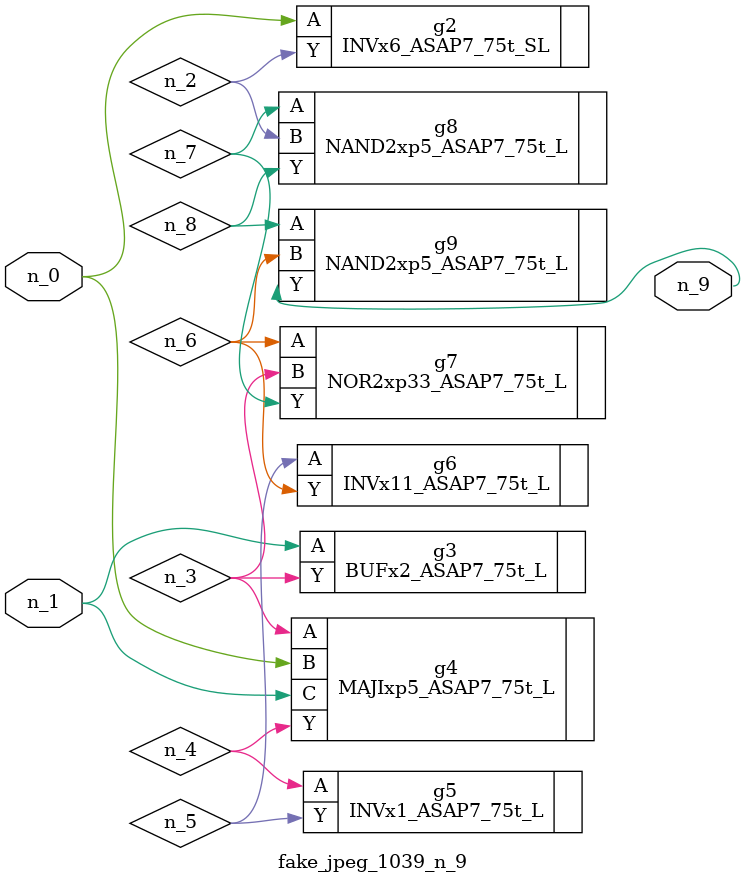
<source format=v>
module fake_jpeg_1039_n_9 (n_0, n_1, n_9);

input n_0;
input n_1;

output n_9;

wire n_3;
wire n_2;
wire n_4;
wire n_8;
wire n_6;
wire n_5;
wire n_7;

INVx6_ASAP7_75t_SL g2 ( 
.A(n_0),
.Y(n_2)
);

BUFx2_ASAP7_75t_L g3 ( 
.A(n_1),
.Y(n_3)
);

MAJIxp5_ASAP7_75t_L g4 ( 
.A(n_3),
.B(n_0),
.C(n_1),
.Y(n_4)
);

INVx1_ASAP7_75t_L g5 ( 
.A(n_4),
.Y(n_5)
);

INVx11_ASAP7_75t_L g6 ( 
.A(n_5),
.Y(n_6)
);

NOR2xp33_ASAP7_75t_L g7 ( 
.A(n_6),
.B(n_3),
.Y(n_7)
);

NAND2xp5_ASAP7_75t_L g8 ( 
.A(n_7),
.B(n_2),
.Y(n_8)
);

NAND2xp5_ASAP7_75t_L g9 ( 
.A(n_8),
.B(n_6),
.Y(n_9)
);


endmodule
</source>
